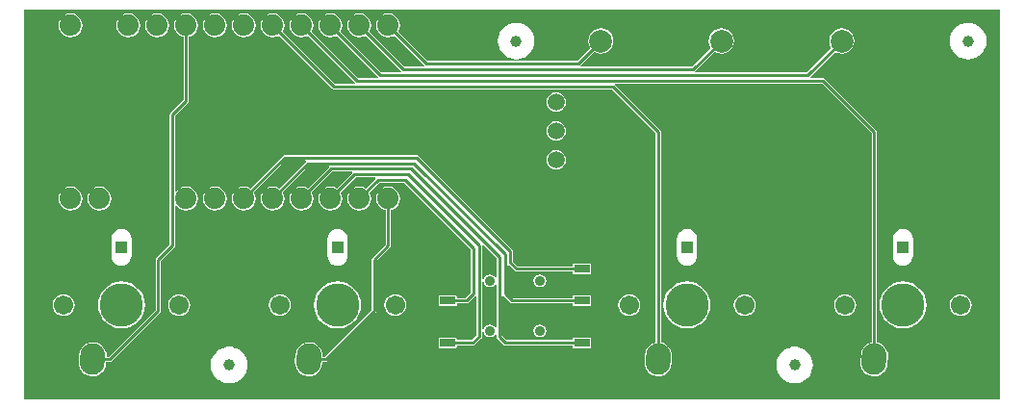
<source format=gtl>
G04 Layer_Physical_Order=1*
G04 Layer_Color=255*
%FSLAX25Y25*%
%MOIN*%
G70*
G01*
G75*
%ADD10R,0.05512X0.02756*%
%ADD11C,0.01000*%
%ADD12C,0.05905*%
%ADD13R,0.05905X0.05905*%
%ADD14C,0.07874*%
%ADD15C,0.07400*%
G04:AMPARAMS|DCode=16|XSize=108.9mil|YSize=86mil|CornerRadius=0mil|HoleSize=0mil|Usage=FLASHONLY|Rotation=86.000|XOffset=0mil|YOffset=0mil|HoleType=Round|Shape=Round|*
%AMOVALD16*
21,1,0.02290,0.08600,0.00000,0.00000,86.0*
1,1,0.08600,-0.00080,-0.01142*
1,1,0.08600,0.00080,0.01142*
%
%ADD16OVALD16*%

%ADD17C,0.08600*%
%ADD18C,0.06700*%
%ADD19C,0.15000*%
%ADD20R,0.03937X0.03937*%
%ADD21C,0.03937*%
%ADD22C,0.03543*%
%ADD23C,0.05000*%
G36*
X476451Y148549D02*
X138707D01*
Y283538D01*
X476451D01*
Y148549D01*
D02*
G37*
%LPC*%
G36*
X463011Y185007D02*
X462984Y184995D01*
X462955Y185003D01*
X462080Y184888D01*
X462031Y184859D01*
X461973D01*
X461158Y184521D01*
X461117Y184481D01*
X461062Y184466D01*
X460362Y183929D01*
X460333Y183879D01*
X460283Y183850D01*
X459746Y183150D01*
X459731Y183095D01*
X459691Y183054D01*
X459353Y182239D01*
Y182182D01*
X459324Y182132D01*
X459209Y181257D01*
X459224Y181202D01*
X459209Y181146D01*
X459324Y180271D01*
X459353Y180222D01*
Y180164D01*
X459691Y179349D01*
X459731Y179308D01*
X459746Y179253D01*
X460283Y178553D01*
X460333Y178524D01*
X460362Y178474D01*
X461062Y177937D01*
X461117Y177922D01*
X461158Y177882D01*
X461973Y177544D01*
X462031D01*
X462080Y177515D01*
X462955Y177400D01*
X462984Y177408D01*
X463011Y177397D01*
X463038Y177408D01*
X463066Y177400D01*
X463941Y177515D01*
X463991Y177544D01*
X464048D01*
X464863Y177882D01*
X464904Y177922D01*
X464959Y177937D01*
X465659Y178474D01*
X465688Y178524D01*
X465738Y178553D01*
X466275Y179253D01*
X466290Y179308D01*
X466331Y179349D01*
X466668Y180164D01*
Y180222D01*
X466697Y180271D01*
X466812Y181146D01*
X466797Y181202D01*
X466812Y181257D01*
X466697Y182132D01*
X466668Y182182D01*
Y182239D01*
X466331Y183054D01*
X466290Y183095D01*
X466275Y183150D01*
X465738Y183850D01*
X465688Y183879D01*
X465659Y183929D01*
X464959Y184466D01*
X464904Y184481D01*
X464863Y184521D01*
X464048Y184859D01*
X463991D01*
X463941Y184888D01*
X463066Y185003D01*
X463038Y184995D01*
X463011Y185007D01*
D02*
G37*
G36*
X172341Y189342D02*
X172321Y189333D01*
X172300Y189340D01*
X170795Y189192D01*
X170756Y189171D01*
X170713Y189175D01*
X169265Y188736D01*
X169232Y188709D01*
X169188Y188705D01*
X167855Y187992D01*
X167827Y187958D01*
X167785Y187945D01*
X166616Y186986D01*
X166596Y186947D01*
X166557Y186927D01*
X165598Y185758D01*
X165585Y185716D01*
X165551Y185688D01*
X164839Y184355D01*
X164834Y184311D01*
X164806Y184277D01*
X164367Y182830D01*
X164372Y182787D01*
X164351Y182748D01*
X164203Y181243D01*
X164216Y181202D01*
X164203Y181160D01*
X164351Y179655D01*
X164372Y179616D01*
X164367Y179573D01*
X164806Y178126D01*
X164834Y178092D01*
X164839Y178049D01*
X165551Y176715D01*
X165585Y176687D01*
X165598Y176645D01*
X166557Y175476D01*
X166596Y175456D01*
X166616Y175417D01*
X167785Y174458D01*
X167827Y174445D01*
X167855Y174411D01*
X169188Y173699D01*
X169232Y173694D01*
X169265Y173667D01*
X170713Y173228D01*
X170756Y173232D01*
X170795Y173211D01*
X172300Y173063D01*
X172321Y173070D01*
X172341Y173061D01*
X172362Y173070D01*
X172383Y173063D01*
X173888Y173211D01*
X173927Y173232D01*
X173970Y173228D01*
X175417Y173667D01*
X175451Y173694D01*
X175494Y173699D01*
X176828Y174411D01*
X176856Y174445D01*
X176898Y174458D01*
X178067Y175417D01*
X178087Y175456D01*
X178126Y175476D01*
X179085Y176645D01*
X179098Y176687D01*
X179131Y176715D01*
X179844Y178049D01*
X179849Y178092D01*
X179876Y178126D01*
X180315Y179573D01*
X180311Y179616D01*
X180332Y179655D01*
X180480Y181160D01*
X180467Y181202D01*
X180480Y181243D01*
X180332Y182748D01*
X180311Y182787D01*
X180315Y182830D01*
X179876Y184277D01*
X179849Y184311D01*
X179844Y184355D01*
X179131Y185688D01*
X179098Y185716D01*
X179085Y185758D01*
X178126Y186927D01*
X178087Y186947D01*
X178067Y186986D01*
X176898Y187945D01*
X176856Y187958D01*
X176828Y187992D01*
X175494Y188705D01*
X175451Y188709D01*
X175417Y188736D01*
X173970Y189175D01*
X173927Y189171D01*
X173888Y189192D01*
X172383Y189340D01*
X172362Y189333D01*
X172341Y189342D01*
D02*
G37*
G36*
X388208Y185007D02*
X388180Y184995D01*
X388152Y185003D01*
X387277Y184888D01*
X387228Y184859D01*
X387170D01*
X386355Y184521D01*
X386314Y184481D01*
X386259Y184466D01*
X385559Y183929D01*
X385530Y183879D01*
X385480Y183850D01*
X384943Y183150D01*
X384928Y183095D01*
X384888Y183054D01*
X384550Y182239D01*
Y182182D01*
X384521Y182132D01*
X384406Y181257D01*
X384421Y181202D01*
X384406Y181146D01*
X384521Y180271D01*
X384550Y180222D01*
Y180164D01*
X384888Y179349D01*
X384928Y179308D01*
X384943Y179253D01*
X385480Y178553D01*
X385530Y178524D01*
X385559Y178474D01*
X386259Y177937D01*
X386314Y177922D01*
X386355Y177882D01*
X387170Y177544D01*
X387228D01*
X387277Y177515D01*
X388152Y177400D01*
X388180Y177408D01*
X388208Y177397D01*
X388235Y177408D01*
X388263Y177400D01*
X389138Y177515D01*
X389188Y177544D01*
X389245D01*
X390060Y177882D01*
X390101Y177922D01*
X390156Y177937D01*
X390856Y178474D01*
X390885Y178524D01*
X390935Y178553D01*
X391472Y179253D01*
X391487Y179308D01*
X391527Y179349D01*
X391865Y180164D01*
Y180222D01*
X391894Y180271D01*
X392009Y181146D01*
X391994Y181202D01*
X392009Y181257D01*
X391894Y182132D01*
X391865Y182182D01*
Y182239D01*
X391527Y183054D01*
X391487Y183095D01*
X391472Y183150D01*
X390935Y183850D01*
X390885Y183879D01*
X390856Y183929D01*
X390156Y184466D01*
X390101Y184481D01*
X390060Y184521D01*
X389245Y184859D01*
X389188D01*
X389138Y184888D01*
X388263Y185003D01*
X388235Y184995D01*
X388208Y185007D01*
D02*
G37*
G36*
X423011D02*
X422984Y184995D01*
X422955Y185003D01*
X422081Y184888D01*
X422031Y184859D01*
X421973D01*
X421158Y184521D01*
X421117Y184481D01*
X421062Y184466D01*
X420362Y183929D01*
X420333Y183879D01*
X420283Y183850D01*
X419746Y183150D01*
X419732Y183095D01*
X419691Y183054D01*
X419353Y182239D01*
Y182182D01*
X419324Y182132D01*
X419209Y181257D01*
X419224Y181202D01*
X419209Y181146D01*
X419324Y180271D01*
X419353Y180222D01*
Y180164D01*
X419691Y179349D01*
X419732Y179308D01*
X419746Y179253D01*
X420283Y178553D01*
X420333Y178524D01*
X420362Y178474D01*
X421062Y177937D01*
X421117Y177922D01*
X421158Y177882D01*
X421973Y177544D01*
X422031D01*
X422081Y177515D01*
X422955Y177400D01*
X422984Y177408D01*
X423011Y177397D01*
X423038Y177408D01*
X423066Y177400D01*
X423941Y177515D01*
X423991Y177544D01*
X424048D01*
X424863Y177882D01*
X424904Y177922D01*
X424960Y177937D01*
X425659Y178474D01*
X425688Y178524D01*
X425738Y178553D01*
X426275Y179253D01*
X426290Y179308D01*
X426331Y179349D01*
X426668Y180164D01*
Y180222D01*
X426697Y180271D01*
X426812Y181146D01*
X426797Y181202D01*
X426812Y181257D01*
X426697Y182132D01*
X426668Y182182D01*
Y182239D01*
X426331Y183054D01*
X426290Y183095D01*
X426275Y183150D01*
X425738Y183850D01*
X425688Y183879D01*
X425659Y183929D01*
X424960Y184466D01*
X424904Y184481D01*
X424863Y184521D01*
X424048Y184859D01*
X423991D01*
X423941Y184888D01*
X423066Y185003D01*
X423038Y184995D01*
X423011Y185007D01*
D02*
G37*
G36*
X247145Y189342D02*
X247124Y189333D01*
X247103Y189340D01*
X245598Y189192D01*
X245559Y189171D01*
X245516Y189175D01*
X244069Y188736D01*
X244035Y188709D01*
X243991Y188705D01*
X242658Y187992D01*
X242630Y187958D01*
X242588Y187945D01*
X241419Y186986D01*
X241399Y186947D01*
X241360Y186927D01*
X240401Y185758D01*
X240388Y185716D01*
X240354Y185688D01*
X239642Y184355D01*
X239637Y184311D01*
X239610Y184277D01*
X239171Y182830D01*
X239175Y182787D01*
X239154Y182748D01*
X239006Y181243D01*
X239019Y181202D01*
X239006Y181160D01*
X239154Y179655D01*
X239175Y179616D01*
X239171Y179573D01*
X239610Y178126D01*
X239637Y178092D01*
X239642Y178049D01*
X240354Y176715D01*
X240388Y176687D01*
X240401Y176645D01*
X241360Y175476D01*
X241399Y175456D01*
X241419Y175417D01*
X242588Y174458D01*
X242630Y174445D01*
X242658Y174411D01*
X243991Y173699D01*
X244035Y173694D01*
X244069Y173667D01*
X245516Y173228D01*
X245559Y173232D01*
X245598Y173211D01*
X247103Y173063D01*
X247124Y173070D01*
X247145Y173061D01*
X247165Y173070D01*
X247186Y173063D01*
X248691Y173211D01*
X248730Y173232D01*
X248773Y173228D01*
X250220Y173667D01*
X250254Y173694D01*
X250297Y173699D01*
X251631Y174411D01*
X251659Y174445D01*
X251701Y174458D01*
X252870Y175417D01*
X252890Y175456D01*
X252929Y175476D01*
X253888Y176645D01*
X253901Y176687D01*
X253935Y176715D01*
X254647Y178049D01*
X254652Y178092D01*
X254679Y178126D01*
X255118Y179573D01*
X255114Y179616D01*
X255135Y179655D01*
X255283Y181160D01*
X255270Y181202D01*
X255283Y181243D01*
X255135Y182748D01*
X255114Y182787D01*
X255118Y182830D01*
X254679Y184277D01*
X254652Y184311D01*
X254647Y184355D01*
X253935Y185688D01*
X253901Y185716D01*
X253888Y185758D01*
X252929Y186927D01*
X252890Y186947D01*
X252870Y186986D01*
X251701Y187945D01*
X251659Y187958D01*
X251631Y187992D01*
X250297Y188705D01*
X250254Y188709D01*
X250220Y188736D01*
X248773Y189175D01*
X248730Y189171D01*
X248691Y189192D01*
X247186Y189340D01*
X247165Y189333D01*
X247145Y189342D01*
D02*
G37*
G36*
X317221Y191800D02*
X317181Y191783D01*
X317138Y191791D01*
X316447Y191654D01*
X316376Y191607D01*
X316293Y191590D01*
X315707Y191199D01*
X315660Y191128D01*
X315590Y191081D01*
X315198Y190495D01*
X315182Y190412D01*
X315135Y190341D01*
X314997Y189650D01*
X315014Y189567D01*
X314997Y189484D01*
X315135Y188793D01*
X315182Y188722D01*
X315198Y188639D01*
X315590Y188053D01*
X315660Y188006D01*
X315707Y187935D01*
X316293Y187544D01*
X316376Y187527D01*
X316447Y187480D01*
X317138Y187343D01*
X317181Y187351D01*
X317221Y187335D01*
X317262Y187351D01*
X317304Y187343D01*
X317996Y187480D01*
X318066Y187527D01*
X318149Y187544D01*
X318735Y187935D01*
X318782Y188006D01*
X318853Y188053D01*
X319245Y188639D01*
X319261Y188722D01*
X319308Y188793D01*
X319446Y189484D01*
X319429Y189567D01*
X319446Y189650D01*
X319308Y190341D01*
X319261Y190412D01*
X319245Y190495D01*
X318853Y191081D01*
X318782Y191128D01*
X318735Y191199D01*
X318149Y191590D01*
X318066Y191607D01*
X317996Y191654D01*
X317304Y191791D01*
X317262Y191783D01*
X317221Y191800D01*
D02*
G37*
G36*
X274606Y233195D02*
X228976D01*
X228628Y233125D01*
X228332Y232928D01*
X216915Y221511D01*
X216789Y221607D01*
X215793Y222020D01*
X214724Y222161D01*
X213656Y222020D01*
X212660Y221607D01*
X211805Y220951D01*
X211149Y220096D01*
X210736Y219100D01*
X210595Y218032D01*
X210736Y216963D01*
X211149Y215967D01*
X211805Y215112D01*
X212660Y214456D01*
X213656Y214043D01*
X214724Y213902D01*
X215793Y214043D01*
X216789Y214456D01*
X217644Y215112D01*
X218300Y215967D01*
X218713Y216963D01*
X218853Y218032D01*
X218713Y219100D01*
X218300Y220096D01*
X218204Y220222D01*
X229354Y231372D01*
X236084D01*
X236193Y231211D01*
X236277Y230872D01*
X226915Y221511D01*
X226789Y221607D01*
X225793Y222020D01*
X224724Y222161D01*
X223656Y222020D01*
X222660Y221607D01*
X221805Y220951D01*
X221149Y220096D01*
X220736Y219100D01*
X220595Y218032D01*
X220736Y216963D01*
X221149Y215967D01*
X221805Y215112D01*
X222660Y214456D01*
X223656Y214043D01*
X224724Y213902D01*
X225793Y214043D01*
X226789Y214456D01*
X227644Y215112D01*
X228300Y215967D01*
X228713Y216963D01*
X228853Y218032D01*
X228713Y219100D01*
X228300Y220096D01*
X228204Y220222D01*
X237385Y229404D01*
X244115D01*
X244225Y229242D01*
X244308Y228904D01*
X236915Y221511D01*
X236789Y221607D01*
X235793Y222020D01*
X234724Y222161D01*
X233656Y222020D01*
X232660Y221607D01*
X231805Y220951D01*
X231149Y220096D01*
X230736Y219100D01*
X230595Y218032D01*
X230736Y216963D01*
X231149Y215967D01*
X231805Y215112D01*
X232660Y214456D01*
X233656Y214043D01*
X234724Y213902D01*
X235793Y214043D01*
X236789Y214456D01*
X237644Y215112D01*
X238300Y215967D01*
X238713Y216963D01*
X238853Y218032D01*
X238713Y219100D01*
X238300Y220096D01*
X238204Y220222D01*
X245417Y227435D01*
X252147D01*
X252256Y227274D01*
X252340Y226935D01*
X246915Y221511D01*
X246789Y221607D01*
X245793Y222020D01*
X244724Y222161D01*
X243656Y222020D01*
X242660Y221607D01*
X241805Y220951D01*
X241149Y220096D01*
X240736Y219100D01*
X240595Y218032D01*
X240736Y216963D01*
X241149Y215967D01*
X241805Y215112D01*
X242660Y214456D01*
X243656Y214043D01*
X244724Y213902D01*
X245793Y214043D01*
X246789Y214456D01*
X247644Y215112D01*
X248300Y215967D01*
X248713Y216963D01*
X248853Y218032D01*
X248713Y219100D01*
X248300Y220096D01*
X248204Y220222D01*
X253448Y225467D01*
X260178D01*
X260288Y225305D01*
X260371Y224967D01*
X256915Y221511D01*
X256789Y221607D01*
X255793Y222020D01*
X254724Y222161D01*
X253656Y222020D01*
X252660Y221607D01*
X251805Y220951D01*
X251149Y220096D01*
X250736Y219100D01*
X250595Y218032D01*
X250736Y216963D01*
X251149Y215967D01*
X251805Y215112D01*
X252660Y214456D01*
X253656Y214043D01*
X254724Y213902D01*
X255793Y214043D01*
X256789Y214456D01*
X257644Y215112D01*
X258300Y215967D01*
X258713Y216963D01*
X258853Y218032D01*
X258713Y219100D01*
X258300Y220096D01*
X258204Y220222D01*
X261480Y223498D01*
X270292D01*
X293380Y200410D01*
Y185417D01*
X291552Y183589D01*
X288514D01*
Y184055D01*
X288389Y184357D01*
X288088Y184481D01*
X282576D01*
X282275Y184357D01*
X282150Y184055D01*
Y181299D01*
X282275Y180998D01*
X282576Y180873D01*
X288088D01*
X288389Y180998D01*
X288514Y181299D01*
Y181766D01*
X291929D01*
X292278Y181835D01*
X292574Y182033D01*
X294849Y184308D01*
X295187Y184225D01*
X295349Y184115D01*
Y170653D01*
X293717Y169021D01*
X288514D01*
Y169488D01*
X288389Y169790D01*
X288088Y169914D01*
X282576D01*
X282275Y169790D01*
X282150Y169488D01*
Y166732D01*
X282275Y166431D01*
X282576Y166306D01*
X288088D01*
X288389Y166431D01*
X288514Y166732D01*
Y167199D01*
X294094D01*
X294443Y167268D01*
X294739Y167466D01*
X296904Y169631D01*
X297102Y169927D01*
X297171Y170276D01*
Y201772D01*
X297160Y201829D01*
X297621Y202075D01*
X302238Y197457D01*
Y190922D01*
X301738Y190771D01*
X301531Y191081D01*
X301461Y191128D01*
X301413Y191199D01*
X300827Y191590D01*
X300744Y191607D01*
X300674Y191654D01*
X299983Y191791D01*
X299940Y191783D01*
X299899Y191800D01*
X299859Y191783D01*
X299816Y191791D01*
X299125Y191654D01*
X299054Y191607D01*
X298971Y191590D01*
X298385Y191199D01*
X298338Y191128D01*
X298268Y191081D01*
X297876Y190495D01*
X297860Y190412D01*
X297813Y190341D01*
X297675Y189650D01*
X297691Y189567D01*
X297675Y189484D01*
X297813Y188793D01*
X297860Y188722D01*
X297876Y188639D01*
X298268Y188053D01*
X298338Y188006D01*
X298385Y187935D01*
X298971Y187544D01*
X299054Y187527D01*
X299125Y187480D01*
X299816Y187343D01*
X299859Y187351D01*
X299899Y187335D01*
X299940Y187351D01*
X299983Y187343D01*
X300674Y187480D01*
X300744Y187527D01*
X300827Y187544D01*
X301413Y187935D01*
X301461Y188006D01*
X301531Y188053D01*
X301738Y188363D01*
X302238Y188212D01*
Y173599D01*
X301738Y173448D01*
X301531Y173758D01*
X301461Y173805D01*
X301413Y173876D01*
X300827Y174267D01*
X300744Y174284D01*
X300674Y174331D01*
X299983Y174469D01*
X299940Y174460D01*
X299899Y174477D01*
X299859Y174460D01*
X299816Y174469D01*
X299125Y174331D01*
X299054Y174284D01*
X298971Y174267D01*
X298385Y173876D01*
X298338Y173805D01*
X298268Y173758D01*
X297876Y173172D01*
X297860Y173089D01*
X297813Y173019D01*
X297675Y172327D01*
X297691Y172244D01*
X297675Y172161D01*
X297813Y171470D01*
X297860Y171399D01*
X297876Y171316D01*
X298268Y170730D01*
X298338Y170683D01*
X298385Y170612D01*
X298971Y170221D01*
X299054Y170204D01*
X299125Y170157D01*
X299816Y170020D01*
X299859Y170028D01*
X299899Y170011D01*
X299940Y170028D01*
X299983Y170020D01*
X300674Y170157D01*
X300744Y170204D01*
X300827Y170221D01*
X301413Y170612D01*
X301461Y170683D01*
X301531Y170730D01*
X301738Y171040D01*
X302238Y170889D01*
Y170276D01*
X302308Y169927D01*
X302505Y169631D01*
X304671Y167466D01*
X304966Y167268D01*
X305315Y167199D01*
X328607D01*
Y166732D01*
X328731Y166431D01*
X329033Y166306D01*
X334545D01*
X334846Y166431D01*
X334971Y166732D01*
Y169488D01*
X334846Y169790D01*
X334545Y169914D01*
X329033D01*
X328731Y169790D01*
X328607Y169488D01*
Y169021D01*
X305692D01*
X304061Y170653D01*
Y184115D01*
X304222Y184225D01*
X304561Y184308D01*
X306836Y182033D01*
X307132Y181835D01*
X307480Y181766D01*
X328607D01*
Y181299D01*
X328731Y180998D01*
X329033Y180873D01*
X334545D01*
X334846Y180998D01*
X334971Y181299D01*
Y184055D01*
X334846Y184357D01*
X334545Y184481D01*
X329033D01*
X328731Y184357D01*
X328607Y184055D01*
Y183589D01*
X307858D01*
X306029Y185417D01*
Y194942D01*
X306191Y195051D01*
X306529Y195135D01*
X308608Y193057D01*
X308903Y192859D01*
X309252Y192790D01*
X328607D01*
Y192323D01*
X328731Y192022D01*
X329033Y191897D01*
X334545D01*
X334846Y192022D01*
X334971Y192323D01*
Y195079D01*
X334846Y195380D01*
X334545Y195505D01*
X329033D01*
X328731Y195380D01*
X328607Y195079D01*
Y194612D01*
X309629D01*
X307998Y196244D01*
Y199803D01*
X307928Y200152D01*
X307731Y200448D01*
X275251Y232928D01*
X274955Y233125D01*
X274606Y233195D01*
D02*
G37*
G36*
X368208Y189342D02*
X368187Y189333D01*
X368166Y189340D01*
X366661Y189192D01*
X366622Y189171D01*
X366579Y189175D01*
X365132Y188736D01*
X365098Y188709D01*
X365054Y188705D01*
X363721Y187992D01*
X363693Y187958D01*
X363651Y187945D01*
X362482Y186986D01*
X362462Y186947D01*
X362423Y186927D01*
X361464Y185758D01*
X361451Y185716D01*
X361418Y185688D01*
X360705Y184355D01*
X360700Y184311D01*
X360673Y184277D01*
X360234Y182830D01*
X360238Y182787D01*
X360217Y182748D01*
X360069Y181243D01*
X360082Y181202D01*
X360069Y181160D01*
X360217Y179655D01*
X360238Y179616D01*
X360234Y179573D01*
X360673Y178126D01*
X360700Y178092D01*
X360705Y178049D01*
X361418Y176715D01*
X361451Y176687D01*
X361464Y176645D01*
X362423Y175476D01*
X362462Y175456D01*
X362482Y175417D01*
X363651Y174458D01*
X363693Y174445D01*
X363721Y174411D01*
X365054Y173699D01*
X365098Y173694D01*
X365132Y173667D01*
X366579Y173228D01*
X366622Y173232D01*
X366661Y173211D01*
X368166Y173063D01*
X368187Y173070D01*
X368208Y173061D01*
X368228Y173070D01*
X368249Y173063D01*
X369754Y173211D01*
X369793Y173232D01*
X369836Y173228D01*
X371283Y173667D01*
X371317Y173694D01*
X371360Y173699D01*
X372694Y174411D01*
X372722Y174445D01*
X372764Y174458D01*
X373933Y175417D01*
X373953Y175456D01*
X373992Y175476D01*
X374951Y176645D01*
X374964Y176687D01*
X374998Y176715D01*
X375710Y178049D01*
X375715Y178092D01*
X375742Y178126D01*
X376181Y179573D01*
X376177Y179616D01*
X376198Y179655D01*
X376346Y181160D01*
X376333Y181202D01*
X376346Y181243D01*
X376198Y182748D01*
X376177Y182787D01*
X376181Y182830D01*
X375742Y184277D01*
X375715Y184311D01*
X375710Y184355D01*
X374998Y185688D01*
X374964Y185716D01*
X374951Y185758D01*
X373992Y186927D01*
X373953Y186947D01*
X373933Y186986D01*
X372764Y187945D01*
X372722Y187958D01*
X372694Y187992D01*
X371360Y188705D01*
X371317Y188709D01*
X371283Y188736D01*
X369836Y189175D01*
X369793Y189171D01*
X369754Y189192D01*
X368249Y189340D01*
X368228Y189333D01*
X368208Y189342D01*
D02*
G37*
G36*
X443011D02*
X442990Y189333D01*
X442969Y189340D01*
X441464Y189192D01*
X441425Y189171D01*
X441382Y189175D01*
X439935Y188736D01*
X439901Y188709D01*
X439858Y188705D01*
X438524Y187992D01*
X438496Y187958D01*
X438454Y187945D01*
X437286Y186986D01*
X437265Y186947D01*
X437226Y186927D01*
X436267Y185758D01*
X436254Y185716D01*
X436221Y185688D01*
X435508Y184355D01*
X435503Y184311D01*
X435476Y184277D01*
X435037Y182830D01*
X435041Y182787D01*
X435020Y182748D01*
X434872Y181243D01*
X434885Y181202D01*
X434872Y181160D01*
X435020Y179655D01*
X435041Y179616D01*
X435037Y179573D01*
X435476Y178126D01*
X435503Y178092D01*
X435508Y178049D01*
X436221Y176715D01*
X436254Y176687D01*
X436267Y176645D01*
X437226Y175476D01*
X437265Y175456D01*
X437286Y175417D01*
X438454Y174458D01*
X438496Y174445D01*
X438524Y174411D01*
X439858Y173699D01*
X439901Y173694D01*
X439935Y173667D01*
X441382Y173228D01*
X441425Y173232D01*
X441464Y173211D01*
X442969Y173063D01*
X442990Y173070D01*
X443011Y173061D01*
X443031Y173070D01*
X443052Y173063D01*
X444557Y173211D01*
X444596Y173232D01*
X444639Y173228D01*
X446087Y173667D01*
X446120Y173694D01*
X446164Y173699D01*
X447497Y174411D01*
X447525Y174445D01*
X447567Y174458D01*
X448736Y175417D01*
X448756Y175456D01*
X448795Y175476D01*
X449754Y176645D01*
X449767Y176687D01*
X449801Y176715D01*
X450514Y178049D01*
X450518Y178092D01*
X450546Y178126D01*
X450984Y179573D01*
X450980Y179616D01*
X451001Y179655D01*
X451149Y181160D01*
X451136Y181202D01*
X451149Y181243D01*
X451001Y182748D01*
X450980Y182787D01*
X450984Y182830D01*
X450546Y184277D01*
X450518Y184311D01*
X450514Y184355D01*
X449801Y185688D01*
X449767Y185716D01*
X449754Y185758D01*
X448795Y186927D01*
X448756Y186947D01*
X448736Y186986D01*
X447567Y187945D01*
X447525Y187958D01*
X447497Y187992D01*
X446164Y188705D01*
X446120Y188709D01*
X446087Y188736D01*
X444639Y189175D01*
X444596Y189171D01*
X444557Y189192D01*
X443052Y189340D01*
X443031Y189333D01*
X443011Y189342D01*
D02*
G37*
G36*
X405512Y166793D02*
X405491Y166785D01*
X405470Y166791D01*
X404312Y166677D01*
X404274Y166657D01*
X404230Y166661D01*
X403117Y166323D01*
X403084Y166296D01*
X403040Y166291D01*
X402014Y165743D01*
X401986Y165709D01*
X401945Y165697D01*
X401045Y164959D01*
X401025Y164920D01*
X400986Y164899D01*
X400248Y164000D01*
X400236Y163958D01*
X400202Y163931D01*
X399654Y162905D01*
X399649Y162861D01*
X399622Y162828D01*
X399284Y161714D01*
X399288Y161671D01*
X399268Y161633D01*
X399154Y160475D01*
X399166Y160433D01*
X399154Y160391D01*
X399268Y159234D01*
X399288Y159195D01*
X399284Y159152D01*
X399622Y158038D01*
X399649Y158005D01*
X399654Y157961D01*
X400202Y156935D01*
X400236Y156908D01*
X400248Y156866D01*
X400986Y155967D01*
X401025Y155946D01*
X401045Y155908D01*
X401945Y155170D01*
X401986Y155157D01*
X402014Y155123D01*
X403040Y154575D01*
X403084Y154571D01*
X403117Y154543D01*
X404230Y154205D01*
X404274Y154209D01*
X404312Y154189D01*
X405470Y154075D01*
X405491Y154081D01*
X405512Y154073D01*
X405532Y154081D01*
X405554Y154075D01*
X406711Y154189D01*
X406750Y154209D01*
X406793Y154205D01*
X407906Y154543D01*
X407940Y154571D01*
X407984Y154575D01*
X409010Y155123D01*
X409037Y155157D01*
X409079Y155170D01*
X409978Y155908D01*
X409999Y155946D01*
X410037Y155967D01*
X410775Y156866D01*
X410788Y156908D01*
X410822Y156935D01*
X411370Y157961D01*
X411374Y158005D01*
X411402Y158038D01*
X411740Y159152D01*
X411735Y159195D01*
X411756Y159234D01*
X411870Y160391D01*
X411857Y160433D01*
X411870Y160475D01*
X411756Y161633D01*
X411735Y161671D01*
X411740Y161714D01*
X411402Y162828D01*
X411374Y162861D01*
X411370Y162905D01*
X410822Y163931D01*
X410788Y163958D01*
X410775Y164000D01*
X410037Y164899D01*
X409999Y164920D01*
X409978Y164959D01*
X409079Y165697D01*
X409037Y165709D01*
X409010Y165743D01*
X407984Y166291D01*
X407940Y166296D01*
X407906Y166323D01*
X406793Y166661D01*
X406750Y166657D01*
X406711Y166677D01*
X405554Y166791D01*
X405532Y166785D01*
X405512Y166793D01*
D02*
G37*
G36*
X317221Y174477D02*
X317181Y174460D01*
X317138Y174469D01*
X316447Y174331D01*
X316376Y174284D01*
X316293Y174267D01*
X315707Y173876D01*
X315660Y173805D01*
X315590Y173758D01*
X315198Y173172D01*
X315182Y173089D01*
X315135Y173019D01*
X314997Y172327D01*
X315014Y172244D01*
X314997Y172161D01*
X315135Y171470D01*
X315182Y171399D01*
X315198Y171316D01*
X315590Y170730D01*
X315660Y170683D01*
X315707Y170612D01*
X316293Y170221D01*
X316376Y170204D01*
X316447Y170157D01*
X317138Y170020D01*
X317181Y170028D01*
X317221Y170011D01*
X317262Y170028D01*
X317304Y170020D01*
X317996Y170157D01*
X318066Y170204D01*
X318149Y170221D01*
X318735Y170612D01*
X318782Y170683D01*
X318853Y170730D01*
X319245Y171316D01*
X319261Y171399D01*
X319308Y171470D01*
X319446Y172161D01*
X319429Y172244D01*
X319446Y172327D01*
X319308Y173019D01*
X319261Y173089D01*
X319245Y173172D01*
X318853Y173758D01*
X318782Y173805D01*
X318735Y173876D01*
X318149Y174267D01*
X318066Y174284D01*
X317996Y174331D01*
X317304Y174469D01*
X317262Y174460D01*
X317221Y174477D01*
D02*
G37*
G36*
X264724Y222161D02*
X263656Y222020D01*
X262660Y221607D01*
X261805Y220951D01*
X261149Y220096D01*
X260736Y219100D01*
X260595Y218032D01*
X260736Y216963D01*
X261149Y215967D01*
X261805Y215112D01*
X262660Y214456D01*
X263656Y214043D01*
X263813Y214022D01*
Y202110D01*
X259198Y197495D01*
X259001Y197199D01*
X258931Y196850D01*
Y179511D01*
X242733Y163313D01*
X242001D01*
X241932Y164447D01*
X241540Y165619D01*
X240858Y166650D01*
X239932Y167469D01*
X238826Y168020D01*
X237615Y168266D01*
X236381Y168191D01*
X235209Y167799D01*
X234179Y167117D01*
X233360Y166191D01*
X232808Y165085D01*
X232562Y163874D01*
X232402Y161590D01*
X232478Y160356D01*
X232870Y159184D01*
X233552Y158153D01*
X234477Y157334D01*
X235583Y156783D01*
X236795Y156537D01*
X238028Y156612D01*
X239200Y157004D01*
X240231Y157686D01*
X241050Y158612D01*
X241601Y159718D01*
X241847Y160929D01*
X241887Y161490D01*
X243110D01*
X243459Y161560D01*
X243755Y161757D01*
X260487Y178489D01*
X260684Y178785D01*
X260754Y179134D01*
Y196473D01*
X265369Y201088D01*
X265566Y201384D01*
X265636Y201732D01*
Y214022D01*
X265793Y214043D01*
X266789Y214456D01*
X267644Y215112D01*
X268300Y215967D01*
X268713Y216963D01*
X268853Y218032D01*
X268713Y219100D01*
X268300Y220096D01*
X267644Y220951D01*
X266789Y221607D01*
X265793Y222020D01*
X264724Y222161D01*
D02*
G37*
G36*
X209646Y166793D02*
X209625Y166785D01*
X209604Y166791D01*
X208446Y166677D01*
X208408Y166657D01*
X208364Y166661D01*
X207251Y166323D01*
X207217Y166296D01*
X207174Y166291D01*
X206148Y165743D01*
X206120Y165709D01*
X206079Y165697D01*
X205179Y164959D01*
X205159Y164920D01*
X205120Y164899D01*
X204382Y164000D01*
X204370Y163958D01*
X204336Y163931D01*
X203787Y162905D01*
X203783Y162861D01*
X203755Y162828D01*
X203418Y161714D01*
X203422Y161671D01*
X203401Y161633D01*
X203288Y160475D01*
X203300Y160433D01*
X203288Y160391D01*
X203401Y159234D01*
X203422Y159195D01*
X203418Y159152D01*
X203755Y158038D01*
X203783Y158005D01*
X203787Y157961D01*
X204336Y156935D01*
X204370Y156908D01*
X204382Y156866D01*
X205120Y155967D01*
X205159Y155946D01*
X205179Y155908D01*
X206079Y155170D01*
X206120Y155157D01*
X206148Y155123D01*
X207174Y154575D01*
X207217Y154571D01*
X207251Y154543D01*
X208364Y154205D01*
X208408Y154209D01*
X208446Y154189D01*
X209604Y154075D01*
X209625Y154081D01*
X209646Y154073D01*
X209666Y154081D01*
X209687Y154075D01*
X210845Y154189D01*
X210884Y154209D01*
X210927Y154205D01*
X212040Y154543D01*
X212074Y154571D01*
X212117Y154575D01*
X213143Y155123D01*
X213171Y155157D01*
X213213Y155170D01*
X214112Y155908D01*
X214133Y155946D01*
X214171Y155967D01*
X214909Y156866D01*
X214922Y156908D01*
X214955Y156935D01*
X215504Y157961D01*
X215508Y158005D01*
X215536Y158038D01*
X215874Y159152D01*
X215869Y159195D01*
X215890Y159234D01*
X216004Y160391D01*
X215991Y160433D01*
X216004Y160475D01*
X215890Y161633D01*
X215869Y161671D01*
X215874Y161714D01*
X215536Y162828D01*
X215508Y162861D01*
X215504Y162905D01*
X214955Y163931D01*
X214922Y163958D01*
X214909Y164000D01*
X214171Y164899D01*
X214133Y164920D01*
X214112Y164959D01*
X213213Y165697D01*
X213171Y165709D01*
X213143Y165743D01*
X212117Y166291D01*
X212074Y166296D01*
X212040Y166323D01*
X210927Y166661D01*
X210884Y166657D01*
X210845Y166677D01*
X209687Y166791D01*
X209666Y166785D01*
X209646Y166793D01*
D02*
G37*
G36*
X152341Y185007D02*
X152314Y184995D01*
X152286Y185003D01*
X151411Y184888D01*
X151361Y184859D01*
X151304D01*
X150489Y184521D01*
X150448Y184481D01*
X150392Y184466D01*
X149693Y183929D01*
X149664Y183879D01*
X149614Y183850D01*
X149077Y183150D01*
X149062Y183095D01*
X149021Y183054D01*
X148684Y182239D01*
Y182182D01*
X148655Y182132D01*
X148540Y181257D01*
X148555Y181202D01*
X148540Y181146D01*
X148655Y180271D01*
X148684Y180222D01*
Y180164D01*
X149021Y179349D01*
X149062Y179308D01*
X149077Y179253D01*
X149614Y178553D01*
X149664Y178524D01*
X149693Y178474D01*
X150392Y177937D01*
X150448Y177922D01*
X150489Y177882D01*
X151304Y177544D01*
X151361D01*
X151411Y177515D01*
X152286Y177400D01*
X152314Y177408D01*
X152341Y177397D01*
X152369Y177408D01*
X152397Y177400D01*
X153271Y177515D01*
X153321Y177544D01*
X153379D01*
X154194Y177882D01*
X154235Y177922D01*
X154290Y177937D01*
X154990Y178474D01*
X155019Y178524D01*
X155069Y178553D01*
X155606Y179253D01*
X155621Y179308D01*
X155661Y179349D01*
X155999Y180164D01*
Y180222D01*
X156028Y180271D01*
X156143Y181146D01*
X156128Y181202D01*
X156143Y181257D01*
X156028Y182132D01*
X155999Y182182D01*
Y182239D01*
X155661Y183054D01*
X155621Y183095D01*
X155606Y183150D01*
X155069Y183850D01*
X155019Y183879D01*
X154990Y183929D01*
X154290Y184466D01*
X154235Y184481D01*
X154194Y184521D01*
X153379Y184859D01*
X153321D01*
X153271Y184888D01*
X152397Y185003D01*
X152369Y184995D01*
X152341Y185007D01*
D02*
G37*
G36*
X267144D02*
X267117Y184995D01*
X267089Y185003D01*
X266214Y184888D01*
X266164Y184859D01*
X266107D01*
X265292Y184521D01*
X265251Y184481D01*
X265196Y184466D01*
X264496Y183929D01*
X264467Y183879D01*
X264417Y183850D01*
X263880Y183150D01*
X263865Y183095D01*
X263825Y183054D01*
X263487Y182239D01*
Y182182D01*
X263458Y182132D01*
X263343Y181257D01*
X263358Y181202D01*
X263343Y181146D01*
X263458Y180271D01*
X263487Y180222D01*
Y180164D01*
X263825Y179349D01*
X263865Y179308D01*
X263880Y179253D01*
X264417Y178553D01*
X264467Y178524D01*
X264496Y178474D01*
X265196Y177937D01*
X265251Y177922D01*
X265292Y177882D01*
X266107Y177544D01*
X266164D01*
X266214Y177515D01*
X267089Y177400D01*
X267117Y177408D01*
X267144Y177397D01*
X267172Y177408D01*
X267200Y177400D01*
X268075Y177515D01*
X268125Y177544D01*
X268182D01*
X268997Y177882D01*
X269038Y177922D01*
X269093Y177937D01*
X269793Y178474D01*
X269822Y178524D01*
X269872Y178553D01*
X270409Y179253D01*
X270424Y179308D01*
X270464Y179349D01*
X270802Y180164D01*
Y180222D01*
X270831Y180271D01*
X270946Y181146D01*
X270931Y181202D01*
X270946Y181257D01*
X270831Y182132D01*
X270802Y182182D01*
Y182239D01*
X270464Y183054D01*
X270424Y183095D01*
X270409Y183150D01*
X269872Y183850D01*
X269822Y183879D01*
X269793Y183929D01*
X269093Y184466D01*
X269038Y184481D01*
X268997Y184521D01*
X268182Y184859D01*
X268125D01*
X268075Y184888D01*
X267200Y185003D01*
X267172Y184995D01*
X267144Y185007D01*
D02*
G37*
G36*
X348207D02*
X348180Y184995D01*
X348152Y185003D01*
X347277Y184888D01*
X347228Y184859D01*
X347170D01*
X346355Y184521D01*
X346314Y184481D01*
X346259Y184466D01*
X345559Y183929D01*
X345530Y183879D01*
X345480Y183850D01*
X344943Y183150D01*
X344928Y183095D01*
X344888Y183054D01*
X344550Y182239D01*
Y182182D01*
X344521Y182132D01*
X344406Y181257D01*
X344421Y181202D01*
X344406Y181146D01*
X344521Y180271D01*
X344550Y180222D01*
Y180164D01*
X344888Y179349D01*
X344928Y179308D01*
X344943Y179253D01*
X345480Y178553D01*
X345530Y178524D01*
X345559Y178474D01*
X346259Y177937D01*
X346314Y177922D01*
X346355Y177882D01*
X347170Y177544D01*
X347228D01*
X347277Y177515D01*
X348152Y177400D01*
X348180Y177408D01*
X348207Y177397D01*
X348235Y177408D01*
X348263Y177400D01*
X349138Y177515D01*
X349187Y177544D01*
X349245D01*
X350060Y177882D01*
X350101Y177922D01*
X350156Y177937D01*
X350856Y178474D01*
X350885Y178524D01*
X350935Y178553D01*
X351472Y179253D01*
X351487Y179308D01*
X351527Y179349D01*
X351865Y180164D01*
Y180222D01*
X351894Y180271D01*
X352009Y181146D01*
X351994Y181202D01*
X352009Y181257D01*
X351894Y182132D01*
X351865Y182182D01*
Y182239D01*
X351527Y183054D01*
X351487Y183095D01*
X351472Y183150D01*
X350935Y183850D01*
X350885Y183879D01*
X350856Y183929D01*
X350156Y184466D01*
X350101Y184481D01*
X350060Y184521D01*
X349245Y184859D01*
X349187D01*
X349138Y184888D01*
X348263Y185003D01*
X348235Y184995D01*
X348207Y185007D01*
D02*
G37*
G36*
X192341D02*
X192314Y184995D01*
X192286Y185003D01*
X191411Y184888D01*
X191361Y184859D01*
X191304D01*
X190489Y184521D01*
X190448Y184481D01*
X190392Y184466D01*
X189693Y183929D01*
X189664Y183879D01*
X189614Y183850D01*
X189077Y183150D01*
X189062Y183095D01*
X189022Y183054D01*
X188684Y182239D01*
Y182182D01*
X188655Y182132D01*
X188540Y181257D01*
X188555Y181202D01*
X188540Y181146D01*
X188655Y180271D01*
X188684Y180222D01*
Y180164D01*
X189022Y179349D01*
X189062Y179308D01*
X189077Y179253D01*
X189614Y178553D01*
X189664Y178524D01*
X189693Y178474D01*
X190392Y177937D01*
X190448Y177922D01*
X190489Y177882D01*
X191304Y177544D01*
X191361D01*
X191411Y177515D01*
X192286Y177400D01*
X192314Y177408D01*
X192341Y177397D01*
X192369Y177408D01*
X192397Y177400D01*
X193272Y177515D01*
X193321Y177544D01*
X193379D01*
X194194Y177882D01*
X194235Y177922D01*
X194290Y177937D01*
X194990Y178474D01*
X195019Y178524D01*
X195069Y178553D01*
X195606Y179253D01*
X195621Y179308D01*
X195661Y179349D01*
X195999Y180164D01*
Y180222D01*
X196028Y180271D01*
X196143Y181146D01*
X196128Y181202D01*
X196143Y181257D01*
X196028Y182132D01*
X195999Y182182D01*
Y182239D01*
X195661Y183054D01*
X195621Y183095D01*
X195606Y183150D01*
X195069Y183850D01*
X195019Y183879D01*
X194990Y183929D01*
X194290Y184466D01*
X194235Y184481D01*
X194194Y184521D01*
X193379Y184859D01*
X193321D01*
X193272Y184888D01*
X192397Y185003D01*
X192369Y184995D01*
X192341Y185007D01*
D02*
G37*
G36*
X227145D02*
X227117Y184995D01*
X227089Y185003D01*
X226214Y184888D01*
X226165Y184859D01*
X226107D01*
X225292Y184521D01*
X225251Y184481D01*
X225196Y184466D01*
X224496Y183929D01*
X224467Y183879D01*
X224417Y183850D01*
X223880Y183150D01*
X223865Y183095D01*
X223825Y183054D01*
X223487Y182239D01*
Y182182D01*
X223458Y182132D01*
X223343Y181257D01*
X223358Y181202D01*
X223343Y181146D01*
X223458Y180271D01*
X223487Y180222D01*
Y180164D01*
X223825Y179349D01*
X223865Y179308D01*
X223880Y179253D01*
X224417Y178553D01*
X224467Y178524D01*
X224496Y178474D01*
X225196Y177937D01*
X225251Y177922D01*
X225292Y177882D01*
X226107Y177544D01*
X226165D01*
X226214Y177515D01*
X227089Y177400D01*
X227117Y177408D01*
X227145Y177397D01*
X227172Y177408D01*
X227200Y177400D01*
X228075Y177515D01*
X228124Y177544D01*
X228182D01*
X228997Y177882D01*
X229038Y177922D01*
X229093Y177937D01*
X229793Y178474D01*
X229822Y178524D01*
X229872Y178553D01*
X230409Y179253D01*
X230424Y179308D01*
X230464Y179349D01*
X230802Y180164D01*
Y180222D01*
X230831Y180271D01*
X230946Y181146D01*
X230931Y181202D01*
X230946Y181257D01*
X230831Y182132D01*
X230802Y182182D01*
Y182239D01*
X230464Y183054D01*
X230424Y183095D01*
X230409Y183150D01*
X229872Y183850D01*
X229822Y183879D01*
X229793Y183929D01*
X229093Y184466D01*
X229038Y184481D01*
X228997Y184521D01*
X228182Y184859D01*
X228124D01*
X228075Y184888D01*
X227200Y185003D01*
X227172Y184995D01*
X227145Y185007D01*
D02*
G37*
G36*
X154724Y282160D02*
X153656Y282020D01*
X152660Y281607D01*
X151805Y280951D01*
X151149Y280096D01*
X150736Y279100D01*
X150595Y278031D01*
X150736Y276963D01*
X151149Y275967D01*
X151805Y275112D01*
X152660Y274456D01*
X153656Y274043D01*
X154724Y273903D01*
X155793Y274043D01*
X156789Y274456D01*
X157644Y275112D01*
X158300Y275967D01*
X158713Y276963D01*
X158853Y278031D01*
X158713Y279100D01*
X158300Y280096D01*
X157644Y280951D01*
X156789Y281607D01*
X155793Y282020D01*
X154724Y282160D01*
D02*
G37*
G36*
X174724D02*
X173656Y282020D01*
X172660Y281607D01*
X171805Y280951D01*
X171149Y280096D01*
X170736Y279100D01*
X170595Y278031D01*
X170736Y276963D01*
X171149Y275967D01*
X171805Y275112D01*
X172660Y274456D01*
X173656Y274043D01*
X174724Y273903D01*
X175793Y274043D01*
X176789Y274456D01*
X177644Y275112D01*
X178300Y275967D01*
X178713Y276963D01*
X178853Y278031D01*
X178713Y279100D01*
X178300Y280096D01*
X177644Y280951D01*
X176789Y281607D01*
X175793Y282020D01*
X174724Y282160D01*
D02*
G37*
G36*
X322835Y254832D02*
X321961Y254717D01*
X321147Y254380D01*
X320448Y253843D01*
X319912Y253144D01*
X319574Y252330D01*
X319459Y251457D01*
X319574Y250583D01*
X319912Y249769D01*
X320448Y249070D01*
X321147Y248534D01*
X321961Y248196D01*
X322835Y248081D01*
X323708Y248196D01*
X324522Y248534D01*
X325221Y249070D01*
X325758Y249769D01*
X326095Y250583D01*
X326210Y251457D01*
X326095Y252330D01*
X325758Y253144D01*
X325221Y253843D01*
X324522Y254380D01*
X323708Y254717D01*
X322835Y254832D01*
D02*
G37*
G36*
X264724Y282160D02*
X263656Y282020D01*
X262660Y281607D01*
X261805Y280951D01*
X261149Y280096D01*
X260736Y279100D01*
X260595Y278031D01*
X260736Y276963D01*
X261149Y275967D01*
X261805Y275112D01*
X262660Y274456D01*
X263656Y274043D01*
X264724Y273903D01*
X265793Y274043D01*
X266789Y274456D01*
X266915Y274552D01*
X277261Y264207D01*
X277177Y263868D01*
X277068Y263706D01*
X270338D01*
X258204Y275841D01*
X258300Y275967D01*
X258713Y276963D01*
X258853Y278031D01*
X258713Y279100D01*
X258300Y280096D01*
X257644Y280951D01*
X256789Y281607D01*
X255793Y282020D01*
X254724Y282160D01*
X253656Y282020D01*
X252660Y281607D01*
X251805Y280951D01*
X251149Y280096D01*
X250736Y279100D01*
X250595Y278031D01*
X250736Y276963D01*
X251149Y275967D01*
X251805Y275112D01*
X252660Y274456D01*
X253656Y274043D01*
X254724Y273903D01*
X255793Y274043D01*
X256789Y274456D01*
X256915Y274552D01*
X269229Y262238D01*
X269146Y261899D01*
X269037Y261738D01*
X262307D01*
X248204Y275841D01*
X248300Y275967D01*
X248713Y276963D01*
X248853Y278031D01*
X248713Y279100D01*
X248300Y280096D01*
X247644Y280951D01*
X246789Y281607D01*
X245793Y282020D01*
X244724Y282160D01*
X243656Y282020D01*
X242660Y281607D01*
X241805Y280951D01*
X241149Y280096D01*
X240736Y279100D01*
X240595Y278031D01*
X240736Y276963D01*
X241149Y275967D01*
X241805Y275112D01*
X242660Y274456D01*
X243656Y274043D01*
X244724Y273903D01*
X245793Y274043D01*
X246789Y274456D01*
X246915Y274552D01*
X261198Y260269D01*
X261114Y259931D01*
X261005Y259770D01*
X254275D01*
X238204Y275841D01*
X238300Y275967D01*
X238713Y276963D01*
X238853Y278031D01*
X238713Y279100D01*
X238300Y280096D01*
X237644Y280951D01*
X236789Y281607D01*
X235793Y282020D01*
X234724Y282160D01*
X233656Y282020D01*
X232660Y281607D01*
X231805Y280951D01*
X231149Y280096D01*
X230736Y279100D01*
X230595Y278031D01*
X230736Y276963D01*
X231149Y275967D01*
X231805Y275112D01*
X232660Y274456D01*
X233656Y274043D01*
X234724Y273903D01*
X235793Y274043D01*
X236789Y274456D01*
X236915Y274552D01*
X253166Y258301D01*
X253083Y257962D01*
X252974Y257801D01*
X246244D01*
X228204Y275841D01*
X228300Y275967D01*
X228713Y276963D01*
X228853Y278031D01*
X228713Y279100D01*
X228300Y280096D01*
X227644Y280951D01*
X226789Y281607D01*
X225793Y282020D01*
X224724Y282160D01*
X223656Y282020D01*
X222660Y281607D01*
X221805Y280951D01*
X221149Y280096D01*
X220736Y279100D01*
X220595Y278031D01*
X220736Y276963D01*
X221149Y275967D01*
X221805Y275112D01*
X222660Y274456D01*
X223656Y274043D01*
X224724Y273903D01*
X225793Y274043D01*
X226789Y274456D01*
X226915Y274552D01*
X245222Y256245D01*
X245517Y256048D01*
X245866Y255978D01*
X342142D01*
X357357Y240764D01*
Y168162D01*
X356272Y167799D01*
X355242Y167117D01*
X354423Y166191D01*
X353871Y165085D01*
X353625Y163874D01*
X353465Y161590D01*
X353541Y160356D01*
X353933Y159184D01*
X354615Y158153D01*
X355540Y157334D01*
X356646Y156783D01*
X357858Y156537D01*
X359091Y156612D01*
X360263Y157004D01*
X361294Y157686D01*
X362113Y158612D01*
X362664Y159718D01*
X362911Y160929D01*
X363070Y163214D01*
X362995Y164447D01*
X362603Y165619D01*
X361920Y166650D01*
X360995Y167469D01*
X359889Y168020D01*
X359179Y168165D01*
Y241142D01*
X359110Y241490D01*
X358912Y241786D01*
X343251Y257447D01*
X343334Y257786D01*
X343444Y257947D01*
X414977D01*
X432160Y240764D01*
Y168162D01*
X431075Y167799D01*
X430045Y167117D01*
X429226Y166191D01*
X428675Y165085D01*
X428428Y163874D01*
X428268Y161590D01*
X428344Y160356D01*
X428736Y159184D01*
X429418Y158153D01*
X430344Y157334D01*
X431450Y156783D01*
X432661Y156537D01*
X433894Y156612D01*
X435066Y157004D01*
X436097Y157686D01*
X436916Y158612D01*
X437467Y159718D01*
X437714Y160929D01*
X437873Y163214D01*
X437798Y164447D01*
X437406Y165619D01*
X436724Y166650D01*
X435798Y167469D01*
X434692Y168020D01*
X433982Y168165D01*
Y241142D01*
X433913Y241490D01*
X433715Y241786D01*
X415999Y259503D01*
X415703Y259700D01*
X415354Y259770D01*
X410964D01*
X410854Y259931D01*
X410771Y260269D01*
X419491Y268990D01*
X419667Y268855D01*
X420720Y268419D01*
X421851Y268270D01*
X422981Y268419D01*
X424035Y268855D01*
X424939Y269549D01*
X425634Y270454D01*
X426070Y271507D01*
X426219Y272638D01*
X426070Y273768D01*
X425634Y274822D01*
X424939Y275727D01*
X424035Y276421D01*
X422981Y276857D01*
X421851Y277006D01*
X420720Y276857D01*
X419667Y276421D01*
X418762Y275727D01*
X418068Y274822D01*
X417631Y273768D01*
X417483Y272638D01*
X417631Y271507D01*
X418068Y270454D01*
X418203Y270278D01*
X409662Y261738D01*
X371188D01*
X371079Y261899D01*
X370995Y262238D01*
X377747Y268990D01*
X377923Y268855D01*
X378976Y268419D01*
X380106Y268270D01*
X381237Y268419D01*
X382291Y268855D01*
X383195Y269549D01*
X383889Y270454D01*
X384326Y271507D01*
X384475Y272638D01*
X384326Y273768D01*
X383889Y274822D01*
X383195Y275727D01*
X382291Y276421D01*
X381237Y276857D01*
X380106Y277006D01*
X378976Y276857D01*
X377923Y276421D01*
X377018Y275727D01*
X376324Y274822D01*
X375887Y273768D01*
X375738Y272638D01*
X375887Y271507D01*
X376324Y270454D01*
X376458Y270278D01*
X369886Y263706D01*
X331412D01*
X331303Y263868D01*
X331220Y264207D01*
X336003Y268990D01*
X336178Y268855D01*
X337232Y268419D01*
X338362Y268270D01*
X339493Y268419D01*
X340546Y268855D01*
X341451Y269549D01*
X342145Y270454D01*
X342581Y271507D01*
X342730Y272638D01*
X342581Y273768D01*
X342145Y274822D01*
X341451Y275727D01*
X340546Y276421D01*
X339493Y276857D01*
X338362Y277006D01*
X337232Y276857D01*
X336178Y276421D01*
X335274Y275727D01*
X334579Y274822D01*
X334143Y273768D01*
X333994Y272638D01*
X334143Y271507D01*
X334579Y270454D01*
X334714Y270278D01*
X330111Y265675D01*
X278370D01*
X268204Y275841D01*
X268300Y275967D01*
X268713Y276963D01*
X268853Y278031D01*
X268713Y279100D01*
X268300Y280096D01*
X267644Y280951D01*
X266789Y281607D01*
X265793Y282020D01*
X264724Y282160D01*
D02*
G37*
G36*
X184724D02*
X183656Y282020D01*
X182660Y281607D01*
X181805Y280951D01*
X181149Y280096D01*
X180736Y279100D01*
X180595Y278031D01*
X180736Y276963D01*
X181149Y275967D01*
X181805Y275112D01*
X182660Y274456D01*
X183656Y274043D01*
X184724Y273903D01*
X185793Y274043D01*
X186789Y274456D01*
X187644Y275112D01*
X188300Y275967D01*
X188713Y276963D01*
X188853Y278031D01*
X188713Y279100D01*
X188300Y280096D01*
X187644Y280951D01*
X186789Y281607D01*
X185793Y282020D01*
X184724Y282160D01*
D02*
G37*
G36*
X309055Y278998D02*
X309035Y278990D01*
X309013Y278996D01*
X307856Y278882D01*
X307817Y278861D01*
X307774Y278866D01*
X306661Y278528D01*
X306627Y278500D01*
X306583Y278496D01*
X305557Y277948D01*
X305530Y277914D01*
X305488Y277901D01*
X304589Y277163D01*
X304568Y277125D01*
X304530Y277104D01*
X303792Y276205D01*
X303779Y276163D01*
X303745Y276135D01*
X303197Y275110D01*
X303193Y275066D01*
X303165Y275032D01*
X302827Y273919D01*
X302832Y273876D01*
X302811Y273837D01*
X302697Y272680D01*
X302710Y272638D01*
X302697Y272596D01*
X302811Y271438D01*
X302832Y271400D01*
X302827Y271356D01*
X303165Y270243D01*
X303193Y270210D01*
X303197Y270166D01*
X303745Y269140D01*
X303779Y269112D01*
X303792Y269071D01*
X304530Y268171D01*
X304568Y268151D01*
X304589Y268112D01*
X305488Y267374D01*
X305530Y267362D01*
X305557Y267328D01*
X306583Y266780D01*
X306627Y266775D01*
X306661Y266748D01*
X307774Y266410D01*
X307817Y266414D01*
X307856Y266394D01*
X309013Y266280D01*
X309035Y266286D01*
X309055Y266278D01*
X309076Y266286D01*
X309097Y266280D01*
X310255Y266394D01*
X310293Y266414D01*
X310336Y266410D01*
X311450Y266748D01*
X311483Y266775D01*
X311527Y266780D01*
X312553Y267328D01*
X312580Y267362D01*
X312622Y267374D01*
X313522Y268112D01*
X313542Y268151D01*
X313581Y268171D01*
X314318Y269071D01*
X314331Y269112D01*
X314365Y269140D01*
X314913Y270166D01*
X314918Y270210D01*
X314945Y270243D01*
X315283Y271356D01*
X315279Y271400D01*
X315299Y271438D01*
X315413Y272596D01*
X315401Y272638D01*
X315413Y272680D01*
X315299Y273837D01*
X315279Y273876D01*
X315283Y273919D01*
X314945Y275032D01*
X314918Y275066D01*
X314913Y275110D01*
X314365Y276135D01*
X314331Y276163D01*
X314318Y276205D01*
X313581Y277104D01*
X313542Y277125D01*
X313522Y277163D01*
X312622Y277901D01*
X312580Y277914D01*
X312553Y277948D01*
X311527Y278496D01*
X311483Y278500D01*
X311450Y278528D01*
X310336Y278866D01*
X310293Y278861D01*
X310255Y278882D01*
X309097Y278996D01*
X309076Y278990D01*
X309055Y278998D01*
D02*
G37*
G36*
X465551D02*
X465531Y278990D01*
X465509Y278996D01*
X464352Y278882D01*
X464313Y278861D01*
X464270Y278866D01*
X463157Y278528D01*
X463123Y278500D01*
X463079Y278496D01*
X462053Y277948D01*
X462026Y277914D01*
X461984Y277901D01*
X461085Y277163D01*
X461064Y277125D01*
X461026Y277104D01*
X460288Y276205D01*
X460275Y276163D01*
X460241Y276135D01*
X459693Y275110D01*
X459689Y275066D01*
X459661Y275032D01*
X459323Y273919D01*
X459328Y273876D01*
X459307Y273837D01*
X459193Y272680D01*
X459206Y272638D01*
X459193Y272596D01*
X459307Y271438D01*
X459328Y271400D01*
X459323Y271356D01*
X459661Y270243D01*
X459689Y270210D01*
X459693Y270166D01*
X460241Y269140D01*
X460275Y269112D01*
X460288Y269071D01*
X461026Y268171D01*
X461064Y268151D01*
X461085Y268112D01*
X461984Y267374D01*
X462026Y267362D01*
X462053Y267328D01*
X463079Y266780D01*
X463123Y266775D01*
X463157Y266748D01*
X464270Y266410D01*
X464313Y266414D01*
X464352Y266394D01*
X465509Y266280D01*
X465531Y266286D01*
X465551Y266278D01*
X465572Y266286D01*
X465593Y266280D01*
X466751Y266394D01*
X466789Y266414D01*
X466833Y266410D01*
X467946Y266748D01*
X467979Y266775D01*
X468023Y266780D01*
X469049Y267328D01*
X469077Y267362D01*
X469118Y267374D01*
X470018Y268112D01*
X470038Y268151D01*
X470077Y268171D01*
X470815Y269071D01*
X470827Y269112D01*
X470861Y269140D01*
X471409Y270166D01*
X471414Y270210D01*
X471441Y270243D01*
X471779Y271356D01*
X471775Y271400D01*
X471795Y271438D01*
X471909Y272596D01*
X471897Y272638D01*
X471909Y272680D01*
X471795Y273837D01*
X471775Y273876D01*
X471779Y273919D01*
X471441Y275032D01*
X471414Y275066D01*
X471409Y275110D01*
X470861Y276135D01*
X470827Y276163D01*
X470815Y276205D01*
X470077Y277104D01*
X470038Y277125D01*
X470018Y277163D01*
X469118Y277901D01*
X469077Y277914D01*
X469049Y277948D01*
X468023Y278496D01*
X467979Y278500D01*
X467946Y278528D01*
X466833Y278866D01*
X466789Y278861D01*
X466751Y278882D01*
X465593Y278996D01*
X465572Y278990D01*
X465551Y278998D01*
D02*
G37*
G36*
X204724Y282160D02*
X203656Y282020D01*
X202660Y281607D01*
X201805Y280951D01*
X201149Y280096D01*
X200736Y279100D01*
X200595Y278031D01*
X200736Y276963D01*
X201149Y275967D01*
X201805Y275112D01*
X202660Y274456D01*
X203656Y274043D01*
X204724Y273903D01*
X205793Y274043D01*
X206789Y274456D01*
X207644Y275112D01*
X208300Y275967D01*
X208713Y276963D01*
X208853Y278031D01*
X208713Y279100D01*
X208300Y280096D01*
X207644Y280951D01*
X206789Y281607D01*
X205793Y282020D01*
X204724Y282160D01*
D02*
G37*
G36*
X214724D02*
X213656Y282020D01*
X212660Y281607D01*
X211805Y280951D01*
X211149Y280096D01*
X210736Y279100D01*
X210595Y278031D01*
X210736Y276963D01*
X211149Y275967D01*
X211805Y275112D01*
X212660Y274456D01*
X213656Y274043D01*
X214724Y273903D01*
X215793Y274043D01*
X216789Y274456D01*
X217644Y275112D01*
X218300Y275967D01*
X218713Y276963D01*
X218853Y278031D01*
X218713Y279100D01*
X218300Y280096D01*
X217644Y280951D01*
X216789Y281607D01*
X215793Y282020D01*
X214724Y282160D01*
D02*
G37*
G36*
X322835Y244832D02*
X321961Y244717D01*
X321147Y244380D01*
X320448Y243843D01*
X319912Y243144D01*
X319574Y242330D01*
X319459Y241457D01*
X319574Y240583D01*
X319912Y239769D01*
X320448Y239070D01*
X321147Y238534D01*
X321961Y238196D01*
X322835Y238081D01*
X323708Y238196D01*
X324522Y238534D01*
X325221Y239070D01*
X325758Y239769D01*
X326095Y240583D01*
X326210Y241457D01*
X326095Y242330D01*
X325758Y243144D01*
X325221Y243843D01*
X324522Y244380D01*
X323708Y244717D01*
X322835Y244832D01*
D02*
G37*
G36*
X368263Y207556D02*
X368208Y207541D01*
X368152Y207556D01*
X367369Y207452D01*
X367319Y207424D01*
X367261D01*
X366531Y207121D01*
X366491Y207081D01*
X366435Y207066D01*
X365809Y206585D01*
X365780Y206535D01*
X365730Y206506D01*
X365249Y205879D01*
X365234Y205824D01*
X365193Y205783D01*
X364891Y205053D01*
Y204996D01*
X364862Y204946D01*
X364759Y204163D01*
X364767Y204134D01*
X364756Y204107D01*
Y198296D01*
X364767Y198269D01*
X364759Y198240D01*
X364862Y197457D01*
X364891Y197407D01*
Y197350D01*
X365193Y196620D01*
X365234Y196579D01*
X365249Y196524D01*
X365730Y195897D01*
X365780Y195868D01*
X365809Y195818D01*
X366435Y195337D01*
X366491Y195323D01*
X366531Y195282D01*
X367261Y194980D01*
X367319D01*
X367369Y194951D01*
X368152Y194848D01*
X368208Y194863D01*
X368263Y194848D01*
X369046Y194951D01*
X369096Y194980D01*
X369154D01*
X369884Y195282D01*
X369924Y195323D01*
X369980Y195337D01*
X370607Y195818D01*
X370635Y195868D01*
X370685Y195897D01*
X371166Y196524D01*
X371181Y196579D01*
X371222Y196620D01*
X371524Y197350D01*
Y197407D01*
X371553Y197457D01*
X371656Y198240D01*
X371648Y198269D01*
X371659Y198296D01*
Y204107D01*
X371648Y204134D01*
X371656Y204163D01*
X371553Y204946D01*
X371524Y204996D01*
Y205053D01*
X371222Y205783D01*
X371181Y205824D01*
X371166Y205879D01*
X370685Y206506D01*
X370635Y206535D01*
X370607Y206585D01*
X369980Y207066D01*
X369924Y207081D01*
X369884Y207121D01*
X369154Y207424D01*
X369096D01*
X369046Y207452D01*
X368263Y207556D01*
D02*
G37*
G36*
X443066D02*
X443011Y207541D01*
X442955Y207556D01*
X442172Y207452D01*
X442122Y207424D01*
X442064D01*
X441335Y207121D01*
X441294Y207081D01*
X441238Y207066D01*
X440612Y206585D01*
X440583Y206535D01*
X440533Y206506D01*
X440052Y205879D01*
X440037Y205824D01*
X439996Y205783D01*
X439694Y205053D01*
Y204996D01*
X439665Y204946D01*
X439562Y204163D01*
X439570Y204134D01*
X439559Y204107D01*
Y198296D01*
X439570Y198269D01*
X439562Y198240D01*
X439665Y197457D01*
X439694Y197407D01*
Y197350D01*
X439996Y196620D01*
X440037Y196579D01*
X440052Y196524D01*
X440533Y195897D01*
X440583Y195868D01*
X440612Y195818D01*
X441238Y195337D01*
X441294Y195323D01*
X441335Y195282D01*
X442064Y194980D01*
X442122D01*
X442172Y194951D01*
X442955Y194848D01*
X443011Y194863D01*
X443066Y194848D01*
X443849Y194951D01*
X443899Y194980D01*
X443957D01*
X444687Y195282D01*
X444727Y195323D01*
X444783Y195337D01*
X445410Y195818D01*
X445438Y195868D01*
X445488Y195897D01*
X445969Y196524D01*
X445984Y196579D01*
X446025Y196620D01*
X446327Y197350D01*
Y197407D01*
X446356Y197457D01*
X446459Y198240D01*
X446451Y198269D01*
X446463Y198296D01*
Y204107D01*
X446451Y204134D01*
X446459Y204163D01*
X446356Y204946D01*
X446327Y204996D01*
Y205053D01*
X446025Y205783D01*
X445984Y205824D01*
X445969Y205879D01*
X445488Y206506D01*
X445438Y206535D01*
X445410Y206585D01*
X444783Y207066D01*
X444727Y207081D01*
X444687Y207121D01*
X443957Y207424D01*
X443899D01*
X443849Y207452D01*
X443066Y207556D01*
D02*
G37*
G36*
X172397D02*
X172341Y207541D01*
X172286Y207556D01*
X171503Y207452D01*
X171453Y207424D01*
X171395D01*
X170665Y207121D01*
X170625Y207081D01*
X170569Y207066D01*
X169942Y206585D01*
X169913Y206535D01*
X169864Y206506D01*
X169383Y205879D01*
X169368Y205824D01*
X169327Y205783D01*
X169025Y205053D01*
Y204996D01*
X168996Y204946D01*
X168893Y204163D01*
X168901Y204134D01*
X168889Y204107D01*
Y198296D01*
X168901Y198269D01*
X168893Y198240D01*
X168996Y197457D01*
X169025Y197407D01*
Y197350D01*
X169327Y196620D01*
X169368Y196579D01*
X169383Y196524D01*
X169864Y195897D01*
X169913Y195868D01*
X169942Y195818D01*
X170569Y195337D01*
X170625Y195323D01*
X170665Y195282D01*
X171395Y194980D01*
X171453D01*
X171503Y194951D01*
X172286Y194848D01*
X172341Y194863D01*
X172397Y194848D01*
X173180Y194951D01*
X173230Y194980D01*
X173288D01*
X174017Y195282D01*
X174058Y195323D01*
X174114Y195337D01*
X174740Y195818D01*
X174769Y195868D01*
X174819Y195897D01*
X175300Y196524D01*
X175315Y196579D01*
X175356Y196620D01*
X175658Y197350D01*
Y197407D01*
X175687Y197457D01*
X175790Y198240D01*
X175782Y198269D01*
X175793Y198296D01*
Y204107D01*
X175782Y204134D01*
X175790Y204163D01*
X175687Y204946D01*
X175658Y204996D01*
Y205053D01*
X175356Y205783D01*
X175315Y205824D01*
X175300Y205879D01*
X174819Y206506D01*
X174769Y206535D01*
X174740Y206585D01*
X174114Y207066D01*
X174058Y207081D01*
X174017Y207121D01*
X173288Y207424D01*
X173230D01*
X173180Y207452D01*
X172397Y207556D01*
D02*
G37*
G36*
X247200D02*
X247145Y207541D01*
X247089Y207556D01*
X246306Y207452D01*
X246256Y207424D01*
X246198D01*
X245468Y207121D01*
X245428Y207081D01*
X245372Y207066D01*
X244745Y206585D01*
X244717Y206535D01*
X244667Y206506D01*
X244186Y205879D01*
X244171Y205824D01*
X244130Y205783D01*
X243828Y205053D01*
Y204996D01*
X243799Y204946D01*
X243696Y204163D01*
X243704Y204134D01*
X243692Y204107D01*
Y198296D01*
X243704Y198269D01*
X243696Y198240D01*
X243799Y197457D01*
X243828Y197407D01*
Y197350D01*
X244130Y196620D01*
X244171Y196579D01*
X244186Y196524D01*
X244667Y195897D01*
X244717Y195868D01*
X244745Y195818D01*
X245372Y195337D01*
X245428Y195323D01*
X245468Y195282D01*
X246198Y194980D01*
X246256D01*
X246306Y194951D01*
X247089Y194848D01*
X247145Y194863D01*
X247200Y194848D01*
X247983Y194951D01*
X248033Y194980D01*
X248091D01*
X248821Y195282D01*
X248861Y195323D01*
X248917Y195337D01*
X249544Y195818D01*
X249572Y195868D01*
X249622Y195897D01*
X250103Y196524D01*
X250118Y196579D01*
X250159Y196620D01*
X250461Y197350D01*
Y197407D01*
X250490Y197457D01*
X250593Y198240D01*
X250585Y198269D01*
X250596Y198296D01*
Y204107D01*
X250585Y204134D01*
X250593Y204163D01*
X250490Y204946D01*
X250461Y204996D01*
Y205053D01*
X250159Y205783D01*
X250118Y205824D01*
X250103Y205879D01*
X249622Y206506D01*
X249572Y206535D01*
X249544Y206585D01*
X248917Y207066D01*
X248861Y207081D01*
X248821Y207121D01*
X248091Y207424D01*
X248033D01*
X247983Y207452D01*
X247200Y207556D01*
D02*
G37*
G36*
X154724Y222161D02*
X153656Y222020D01*
X152660Y221607D01*
X151805Y220951D01*
X151149Y220096D01*
X150736Y219100D01*
X150595Y218032D01*
X150736Y216963D01*
X151149Y215967D01*
X151805Y215112D01*
X152660Y214456D01*
X153656Y214043D01*
X154724Y213902D01*
X155793Y214043D01*
X156789Y214456D01*
X157644Y215112D01*
X158300Y215967D01*
X158713Y216963D01*
X158853Y218032D01*
X158713Y219100D01*
X158300Y220096D01*
X157644Y220951D01*
X156789Y221607D01*
X155793Y222020D01*
X154724Y222161D01*
D02*
G37*
G36*
X204724D02*
X203656Y222020D01*
X202660Y221607D01*
X201805Y220951D01*
X201149Y220096D01*
X200736Y219100D01*
X200595Y218032D01*
X200736Y216963D01*
X201149Y215967D01*
X201805Y215112D01*
X202660Y214456D01*
X203656Y214043D01*
X204724Y213902D01*
X205793Y214043D01*
X206789Y214456D01*
X207644Y215112D01*
X208300Y215967D01*
X208713Y216963D01*
X208853Y218032D01*
X208713Y219100D01*
X208300Y220096D01*
X207644Y220951D01*
X206789Y221607D01*
X205793Y222020D01*
X204724Y222161D01*
D02*
G37*
G36*
X322835Y234832D02*
X321961Y234717D01*
X321147Y234380D01*
X320448Y233843D01*
X319912Y233144D01*
X319574Y232330D01*
X319459Y231457D01*
X319574Y230583D01*
X319912Y229769D01*
X320448Y229070D01*
X321147Y228534D01*
X321961Y228196D01*
X322835Y228081D01*
X323708Y228196D01*
X324522Y228534D01*
X325221Y229070D01*
X325758Y229769D01*
X326095Y230583D01*
X326210Y231457D01*
X326095Y232330D01*
X325758Y233144D01*
X325221Y233843D01*
X324522Y234380D01*
X323708Y234717D01*
X322835Y234832D01*
D02*
G37*
G36*
X164724Y222161D02*
X163656Y222020D01*
X162660Y221607D01*
X161805Y220951D01*
X161149Y220096D01*
X160736Y219100D01*
X160595Y218032D01*
X160736Y216963D01*
X161149Y215967D01*
X161805Y215112D01*
X162660Y214456D01*
X163656Y214043D01*
X164724Y213902D01*
X165793Y214043D01*
X166789Y214456D01*
X167644Y215112D01*
X168300Y215967D01*
X168713Y216963D01*
X168853Y218032D01*
X168713Y219100D01*
X168300Y220096D01*
X167644Y220951D01*
X166789Y221607D01*
X165793Y222020D01*
X164724Y222161D01*
D02*
G37*
G36*
X194724Y282160D02*
X193656Y282020D01*
X192660Y281607D01*
X191805Y280951D01*
X191149Y280096D01*
X190736Y279100D01*
X190595Y278031D01*
X190736Y276963D01*
X191149Y275967D01*
X191805Y275112D01*
X192660Y274456D01*
X193656Y274043D01*
X193813Y274022D01*
Y252188D01*
X189316Y247692D01*
X189119Y247396D01*
X189049Y247047D01*
Y202149D01*
X184395Y197495D01*
X184197Y197199D01*
X184128Y196850D01*
Y179511D01*
X167930Y163313D01*
X167198D01*
X167129Y164447D01*
X166736Y165619D01*
X166054Y166650D01*
X165129Y167469D01*
X164023Y168020D01*
X162812Y168266D01*
X161578Y168191D01*
X160406Y167799D01*
X159376Y167117D01*
X158557Y166191D01*
X158005Y165085D01*
X157759Y163874D01*
X157599Y161590D01*
X157675Y160356D01*
X158067Y159184D01*
X158749Y158153D01*
X159674Y157334D01*
X160780Y156783D01*
X161992Y156537D01*
X163225Y156612D01*
X164397Y157004D01*
X165428Y157686D01*
X166246Y158612D01*
X166798Y159718D01*
X167044Y160929D01*
X167084Y161490D01*
X168307D01*
X168656Y161560D01*
X168951Y161757D01*
X185684Y178489D01*
X185881Y178785D01*
X185951Y179134D01*
Y196473D01*
X190605Y201127D01*
X190803Y201423D01*
X190872Y201772D01*
Y215506D01*
X191372Y215676D01*
X191805Y215112D01*
X192660Y214456D01*
X193656Y214043D01*
X194724Y213902D01*
X195793Y214043D01*
X196789Y214456D01*
X197644Y215112D01*
X198300Y215967D01*
X198713Y216963D01*
X198853Y218032D01*
X198713Y219100D01*
X198300Y220096D01*
X197644Y220951D01*
X196789Y221607D01*
X195793Y222020D01*
X194724Y222161D01*
X193656Y222020D01*
X192660Y221607D01*
X191805Y220951D01*
X191372Y220387D01*
X190872Y220557D01*
Y246670D01*
X195369Y251167D01*
X195566Y251462D01*
X195636Y251811D01*
Y274022D01*
X195793Y274043D01*
X196789Y274456D01*
X197644Y275112D01*
X198300Y275967D01*
X198713Y276963D01*
X198853Y278031D01*
X198713Y279100D01*
X198300Y280096D01*
X197644Y280951D01*
X196789Y281607D01*
X195793Y282020D01*
X194724Y282160D01*
D02*
G37*
%LPD*%
D10*
X331789Y193701D02*
D03*
Y182677D02*
D03*
Y168110D02*
D03*
X285332D02*
D03*
Y182677D02*
D03*
Y193701D02*
D03*
D11*
X264724Y201732D02*
Y218032D01*
X194724Y251811D02*
Y278031D01*
X189961Y247047D02*
X194724Y251811D01*
X162402Y162402D02*
X168307D01*
X254724Y218032D02*
X261102Y224410D01*
X358268Y162402D02*
Y241142D01*
X433071Y162402D02*
Y241142D01*
X264724Y278031D02*
X277992Y264764D01*
X330488D01*
X338362Y272638D01*
X254724Y278031D02*
X269961Y262795D01*
X370264D01*
X380106Y272638D01*
X244724Y278031D02*
X261929Y260827D01*
X410040D01*
X421851Y272638D01*
X234724Y278031D02*
X253898Y258858D01*
X415354D01*
X433071Y241142D01*
X224724Y278031D02*
X245866Y256890D01*
X342520D01*
X358268Y241142D01*
X244724Y218032D02*
X253071Y226378D01*
X271654D01*
X234724Y218032D02*
X245039Y228346D01*
X224724Y218032D02*
X237008Y230315D01*
X214724Y218032D02*
X228976Y232283D01*
X261102Y224410D02*
X270669D01*
X294291Y200787D01*
X245039Y228346D02*
X272638D01*
X237008Y230315D02*
X273622D01*
X271654Y226378D02*
X296260Y201772D01*
X285332Y182677D02*
X291929D01*
X294291Y185039D01*
Y200787D01*
X285332Y168110D02*
X294094D01*
X296260Y170276D01*
Y201772D01*
X272638Y228346D02*
X303150Y197835D01*
X273622Y230315D02*
X305118Y198819D01*
X228976Y232283D02*
X274606D01*
X307087Y199803D01*
X305118Y185039D02*
Y198819D01*
Y185039D02*
X307480Y182677D01*
X331789D01*
X303150Y170276D02*
Y197835D01*
Y170276D02*
X305315Y168110D01*
X331789D01*
X307087Y195866D02*
Y199803D01*
Y195866D02*
X309252Y193701D01*
X331789D01*
X237205Y162402D02*
X243110D01*
X259842Y179134D01*
Y196850D01*
X264724Y201732D01*
X189961Y201772D02*
Y247047D01*
X168307Y162402D02*
X185039Y179134D01*
Y196850D01*
X189961Y201772D01*
D12*
X322835Y251457D02*
D03*
Y231457D02*
D03*
Y241457D02*
D03*
D13*
Y221457D02*
D03*
D14*
X421851Y272638D02*
D03*
X449851D02*
D03*
X380106Y272638D02*
D03*
X408107D02*
D03*
X338362D02*
D03*
X366362D02*
D03*
D15*
X154724Y218032D02*
D03*
X164724D02*
D03*
X174724D02*
D03*
X184724D02*
D03*
X194724D02*
D03*
X204724D02*
D03*
X214724D02*
D03*
X224724D02*
D03*
X234724D02*
D03*
X244724D02*
D03*
X254724D02*
D03*
X264724D02*
D03*
Y278031D02*
D03*
X254724D02*
D03*
X244724D02*
D03*
X234724D02*
D03*
X224724D02*
D03*
X214724D02*
D03*
X204724D02*
D03*
X194724D02*
D03*
X184724D02*
D03*
X174724D02*
D03*
X164724D02*
D03*
X154724D02*
D03*
D16*
X433071Y162402D02*
D03*
X358268D02*
D03*
X237205D02*
D03*
X162402D02*
D03*
D17*
X458211Y171102D02*
D03*
X453575Y165740D02*
D03*
X383407Y171102D02*
D03*
X378772Y165740D02*
D03*
X262345Y171102D02*
D03*
X257709Y165740D02*
D03*
X187541Y171102D02*
D03*
X182906Y165740D02*
D03*
D18*
X423011Y181202D02*
D03*
X463011D02*
D03*
X348207D02*
D03*
X388208D02*
D03*
X227145D02*
D03*
X267144D02*
D03*
X152341D02*
D03*
X192341D02*
D03*
D19*
X443011D02*
D03*
X368208D02*
D03*
X247145D02*
D03*
X172341D02*
D03*
D20*
X443011Y201202D02*
D03*
X368208D02*
D03*
X247145D02*
D03*
X172341D02*
D03*
D21*
X309055Y272638D02*
D03*
X465551D02*
D03*
X209646Y160433D02*
D03*
X405512D02*
D03*
D22*
X299899Y189567D02*
D03*
X317221D02*
D03*
X299899Y172244D02*
D03*
X317221D02*
D03*
D23*
X193898Y202756D02*
D03*
X268701D02*
D03*
X389764D02*
D03*
X464567D02*
D03*
M02*

</source>
